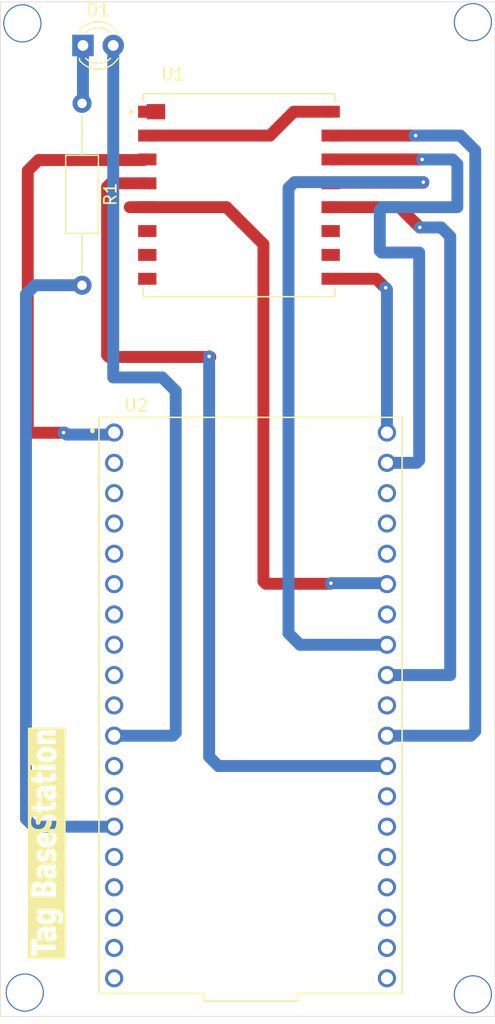
<source format=kicad_pcb>
(kicad_pcb (version 20240108) (generator "pcbnew") (generator_version "8.0")
  (layers (0 "F.Cu" signal) (31 "B.Cu" signal) (34 "B.Paste" user) (35 "F.Paste" user) (36 "B.SilkS" user "B.Silkscreen") (37 "F.SilkS" user "F.Silkscreen") (38 "B.Mask" user) (39 "F.Mask" user) (44 "Edge.Cuts" user))
  (net 0 "")
  (net 1 "Net-(D1-A)")
  (net 2 "Net-(D1-K)")
  (net 3 "Earth")
  (net 6 "Net-(U1-NSS)")
  (net 7 "/RST")
  (net 8 "Net-(U1-MOSI)")
  (net 11 "Net-(U1-3.3V)")
  (net 12 "Net-(U1-SCK)")
  (net 15 "Net-(U1-MISO)")
  (net 16 "Net-(U1-DIO0)")
  (footprint "Resistor_THT:R_Axial_DIN0207_L6.3mm_D2.5mm_P15.24mm_Horizontal" (layer "F.Cu") (at 101.95 35.7 -90)
    (property "Reference" "R1" (at 7.62 -2.37 90) (layer "F.SilkS"))
    (property "Value" "200R")
    (fp_line (start 4.35 1.37) (end 10.89 1.37) (stroke (width 0.12)) (layer "F.SilkS"))
    (fp_line (start 10.89 1.37) (end 10.89 -1.37) (stroke (width 0.12)) (layer "F.SilkS"))
    (fp_line (start 1.04 0) (end 4.35 0) (stroke (width 0.12)) (layer "F.SilkS"))
    (fp_line (start 14.2 0) (end 10.89 0) (stroke (width 0.12)) (layer "F.SilkS"))
    (fp_line (start 4.35 -1.37) (end 4.35 1.37) (stroke (width 0.12)) (layer "F.SilkS"))
    (fp_line (start 10.89 -1.37) (end 4.35 -1.37) (stroke (width 0.12)) (layer "F.SilkS"))
    (pad "1" thru_hole circle (at 0 0 270) (size 1.6 1.6) (drill 0.8) (layers "*.Cu" "*.Mask") (net 2 "Net-(D1-K)"))
    (pad "2" thru_hole oval (at 15.24 0 270) (size 1.6 1.6) (drill 0.8) (layers "*.Cu" "*.Mask") (net 3 "Earth"))
  )
  (footprint "NODEMCU-32S:MODULE_NODEMCU-32S" (layer "F.Cu") (at 116.07 86.14)
    (property "Reference" "U2" (at -9.575 -25.135 0) (layer "F.SilkS"))
    (property "Value" "NODEMCU-32S")
    (fp_line (start -12.7 -24.13) (end 12.7 -24.13) (stroke (width 0.127)) (layer "F.SilkS"))
    (fp_line (start -12.7 24.13) (end -12.7 -24.13) (stroke (width 0.127)) (layer "F.SilkS"))
    (fp_line (start -3.93 24.13) (end -12.7 24.13) (stroke (width 0.127)) (layer "F.SilkS"))
    (fp_line (start -3.93 24.13) (end -3.93 24.78) (stroke (width 0.127)) (layer "F.SilkS"))
    (fp_line (start -3.93 24.78) (end 3.93 24.78) (stroke (width 0.127)) (layer "F.SilkS"))
    (fp_line (start 3.93 24.78) (end 3.93 24.13) (stroke (width 0.127)) (layer "F.SilkS"))
    (fp_line (start 12.7 -24.13) (end 12.7 24.13) (stroke (width 0.127)) (layer "F.SilkS"))
    (fp_line (start 12.7 24.13) (end 3.93 24.13) (stroke (width 0.127)) (layer "F.SilkS"))
    (fp_circle (center -13.25 -23) (end -13.15 -23) (stroke (width 0.2)) (fill none) (layer "F.SilkS"))
    (pad "J1_1" thru_hole circle (at -11.43 -22.86) (size 1.524 1.524) (drill 1.016) (layers "*.Cu" "*.Mask") (net 11 "Net-(U1-3.3V)"))
    (pad "J1_2" thru_hole circle (at -11.43 -20.32) (size 1.524 1.524) (drill 1.016) (layers "*.Cu" "*.Mask"))
    (pad "J1_3" thru_hole circle (at -11.43 -17.78) (size 1.524 1.524) (drill 1.016) (layers "*.Cu" "*.Mask"))
    (pad "J1_4" thru_hole circle (at -11.43 -15.24) (size 1.524 1.524) (drill 1.016) (layers "*.Cu" "*.Mask"))
    (pad "J1_5" thru_hole circle (at -11.43 -12.7) (size 1.524 1.524) (drill 1.016) (layers "*.Cu" "*.Mask"))
    (pad "J1_6" thru_hole circle (at -11.43 -10.16) (size 1.524 1.524) (drill 1.016) (layers "*.Cu" "*.Mask"))
    (pad "J1_7" thru_hole circle (at -11.43 -7.62) (size 1.524 1.524) (drill 1.016) (layers "*.Cu" "*.Mask"))
    (pad "J1_8" thru_hole circle (at -11.43 -5.08) (size 1.524 1.524) (drill 1.016) (layers "*.Cu" "*.Mask"))
    (pad "J1_9" thru_hole circle (at -11.43 -2.54) (size 1.524 1.524) (drill 1.016) (layers "*.Cu" "*.Mask"))
    (pad "J1_10" thru_hole circle (at -11.43 0) (size 1.524 1.524) (drill 1.016) (layers "*.Cu" "*.Mask"))
    (pad "J1_11" thru_hole circle (at -11.43 2.54) (size 1.524 1.524) (drill 1.016) (layers "*.Cu" "*.Mask") (net 1 "Net-(D1-A)"))
    (pad "J1_12" thru_hole circle (at -11.43 5.08) (size 1.524 1.524) (drill 1.016) (layers "*.Cu" "*.Mask"))
    (pad "J1_13" thru_hole circle (at -11.43 7.62) (size 1.524 1.524) (drill 1.016) (layers "*.Cu" "*.Mask"))
    (pad "J1_14" thru_hole circle (at -11.43 10.16) (size 1.524 1.524) (drill 1.016) (layers "*.Cu" "*.Mask") (net 3 "Earth"))
    (pad "J1_15" thru_hole circle (at -11.43 12.7) (size 1.524 1.524) (drill 1.016) (layers "*.Cu" "*.Mask"))
    (pad "J1_16" thru_hole circle (at -11.43 15.24) (size 1.524 1.524) (drill 1.016) (layers "*.Cu" "*.Mask"))
    (pad "J1_17" thru_hole circle (at -11.43 17.78) (size 1.524 1.524) (drill 1.016) (layers "*.Cu" "*.Mask"))
    (pad "J1_18" thru_hole circle (at -11.43 20.32) (size 1.524 1.524) (drill 1.016) (layers "*.Cu" "*.Mask"))
    (pad "J1_19" thru_hole circle (at -11.43 22.86) (size 1.524 1.524) (drill 1.016) (layers "*.Cu" "*.Mask"))
    (pad "J2_1" thru_hole circle (at 11.43 -22.86) (size 1.524 1.524) (drill 1.016) (layers "*.Cu" "*.Mask") (net 3 "Earth"))
    (pad "J2_2" thru_hole circle (at 11.43 -20.32) (size 1.524 1.524) (drill 1.016) (layers "*.Cu" "*.Mask") (net 8 "Net-(U1-MOSI)"))
    (pad "J2_3" thru_hole circle (at 11.43 -17.78) (size 1.524 1.524) (drill 1.016) (layers "*.Cu" "*.Mask"))
    (pad "J2_4" thru_hole circle (at 11.43 -15.24) (size 1.524 1.524) (drill 1.016) (layers "*.Cu" "*.Mask"))
    (pad "J2_5" thru_hole circle (at 11.43 -12.7) (size 1.524 1.524) (drill 1.016) (layers "*.Cu" "*.Mask"))
    (pad "J2_6" thru_hole circle (at 11.43 -10.16) (size 1.524 1.524) (drill 1.016) (layers "*.Cu" "*.Mask") (net 16 "Net-(U1-DIO0)"))
    (pad "J2_7" thru_hole circle (at 11.43 -7.62) (size 1.524 1.524) (drill 1.016) (layers "*.Cu" "*.Mask") (net 3 "Earth"))
    (pad "J2_8" thru_hole circle (at 11.43 -5.08) (size 1.524 1.524) (drill 1.016) (layers "*.Cu" "*.Mask") (net 15 "Net-(U1-MISO)"))
    (pad "J2_9" thru_hole circle (at 11.43 -2.54) (size 1.524 1.524) (drill 1.016) (layers "*.Cu" "*.Mask") (net 12 "Net-(U1-SCK)"))
    (pad "J2_10" thru_hole circle (at 11.43 0) (size 1.524 1.524) (drill 1.016) (layers "*.Cu" "*.Mask"))
    (pad "J2_11" thru_hole circle (at 11.43 2.54) (size 1.524 1.524) (drill 1.016) (layers "*.Cu" "*.Mask") (net 6 "Net-(U1-NSS)"))
    (pad "J2_12" thru_hole circle (at 11.43 5.08) (size 1.524 1.524) (drill 1.016) (layers "*.Cu" "*.Mask") (net 7 "/RST"))
    (pad "J2_13" thru_hole circle (at 11.43 7.62) (size 1.524 1.524) (drill 1.016) (layers "*.Cu" "*.Mask"))
    (pad "J2_14" thru_hole circle (at 11.43 10.16) (size 1.524 1.524) (drill 1.016) (layers "*.Cu" "*.Mask"))
    (pad "J2_15" thru_hole circle (at 11.43 12.7) (size 1.524 1.524) (drill 1.016) (layers "*.Cu" "*.Mask"))
    (pad "J2_16" thru_hole circle (at 11.43 15.24) (size 1.524 1.524) (drill 1.016) (layers "*.Cu" "*.Mask"))
    (pad "J2_17" thru_hole circle (at 11.43 17.78) (size 1.524 1.524) (drill 1.016) (layers "*.Cu" "*.Mask"))
    (pad "J2_18" thru_hole circle (at 11.43 20.32) (size 1.524 1.524) (drill 1.016) (layers "*.Cu" "*.Mask"))
    (pad "J2_19" thru_hole circle (at 11.43 22.86) (size 1.524 1.524) (drill 1.016) (layers "*.Cu" "*.Mask"))
  )
  (footprint "LED_THT:LED_D3.0mm" (layer "F.Cu") (at 102.025 30.85)
    (property "Reference" "D1" (at 1.27 -2.96 0) (layer "F.SilkS"))
    (property "Value" "USER")
    (fp_line (start -0.29 -1.236) (end -0.29 -1.08) (stroke (width 0.12)) (layer "F.SilkS"))
    (fp_line (start -0.29 1.08) (end -0.29 1.236) (stroke (width 0.12)) (layer "F.SilkS"))
    (fp_arc (start -0.29 -1.235516) (mid 1.366487 -1.987659) (end 2.942335 -1.078608) (stroke (width 0.12)) (layer "F.SilkS"))
    (fp_arc (start 0.229039 -1.08) (mid 1.270117 -1.5) (end 2.31113 -1.079837) (stroke (width 0.12)) (layer "F.SilkS"))
    (fp_arc (start 2.31113 1.079837) (mid 1.270117 1.5) (end 0.229039 1.08) (stroke (width 0.12)) (layer "F.SilkS"))
    (fp_arc (start 2.942335 1.078608) (mid 1.366487 1.987659) (end -0.29 1.235516) (stroke (width 0.12)) (layer "F.SilkS"))
    (pad "1" thru_hole rect (at 0 0) (size 1.8 1.8) (drill 0.9) (layers "*.Cu" "*.Mask") (net 2 "Net-(D1-K)"))
    (pad "2" thru_hole circle (at 2.54 0) (size 1.8 1.8) (drill 0.9) (layers "*.Cu" "*.Mask") (net 1 "Net-(D1-A)"))
  )
  (footprint "RA-01H:XCVR_RA-01H" (layer "F.Cu") (at 115.1 43.4)
    (property "Reference" "U1" (at -5.525 -10.135 0) (layer "F.SilkS"))
    (property "Value" "RA-01H")
    (fp_line (start -8.03125 -8.5) (end 8.03125 -8.5) (stroke (width 0.127)) (layer "F.SilkS"))
    (fp_line (start -8.03125 -7.955) (end -8.03125 -8.5) (stroke (width 0.127)) (layer "F.SilkS"))
    (fp_line (start -8.03125 8.5) (end -8.03125 7.82) (stroke (width 0.127)) (layer "F.SilkS"))
    (fp_line (start 8.03125 -8.5) (end 8.03125 -7.82) (stroke (width 0.127)) (layer "F.SilkS"))
    (fp_line (start 8.03125 8.5) (end -8.03125 8.5) (stroke (width 0.127)) (layer "F.SilkS"))
    (fp_line (start 8.03125 8.5) (end 8.03125 7.82) (stroke (width 0.127)) (layer "F.SilkS"))
    (fp_circle (center -9.069 -7) (end -8.969 -7) (stroke (width 0.2)) (fill none) (layer "F.SilkS"))
    (pad "1" smd custom (at -7.6821 -7) (size 1.5358 1) (layers "F.Cu") (options (clearance outline) (anchor rect)) (primitives (gr_poly (pts (xy 1.4941 -0.635) (xy 1.4941 0.635) (xy -0.0417 0.635) (xy -0.0417 0.5) (xy -0.7679 0.5) (xy -0.7679 -0.5) (xy -0.0417 -0.5) (xy -0.0417 -0.635)) (width 0.01) (fill yes))))
    (pad "2" smd rect (at -7.6821 -5) (size 1.5358 1) (layers "F.Cu" "F.Paste" "F.Mask") (net 3 "Earth"))
    (pad "3" smd rect (at -7.6821 -3) (size 1.5358 1) (layers "F.Cu" "F.Paste" "F.Mask") (net 11 "Net-(U1-3.3V)"))
    (pad "4" smd rect (at -7.6821 -1) (size 1.5358 1) (layers "F.Cu" "F.Paste" "F.Mask") (net 7 "/RST"))
    (pad "5" smd rect (at -7.6821 1) (size 1.5358 1) (layers "F.Cu" "F.Paste" "F.Mask") (net 16 "Net-(U1-DIO0)"))
    (pad "6" smd rect (at -7.6821 3) (size 1.5358 1) (layers "F.Cu" "F.Paste" "F.Mask"))
    (pad "7" smd rect (at -7.6821 5) (size 1.5358 1) (layers "F.Cu" "F.Paste" "F.Mask"))
    (pad "8" smd rect (at -7.6821 7) (size 1.5358 1) (layers "F.Cu" "F.Paste" "F.Mask"))
    (pad "9" smd rect (at 7.6821 7) (size 1.5358 1) (layers "F.Cu" "F.Paste" "F.Mask") (net 3 "Earth"))
    (pad "10" smd rect (at 7.6821 5) (size 1.5358 1) (layers "F.Cu" "F.Paste" "F.Mask"))
    (pad "11" smd rect (at 7.6821 3) (size 1.5358 1) (layers "F.Cu" "F.Paste" "F.Mask"))
    (pad "12" smd rect (at 7.6821 1) (size 1.5358 1) (layers "F.Cu" "F.Paste" "F.Mask") (net 12 "Net-(U1-SCK)"))
    (pad "13" smd rect (at 7.6821 -1) (size 1.5358 1) (layers "F.Cu" "F.Paste" "F.Mask") (net 15 "Net-(U1-MISO)"))
    (pad "14" smd rect (at 7.6821 -3) (size 1.5358 1) (layers "F.Cu" "F.Paste" "F.Mask") (net 8 "Net-(U1-MOSI)"))
    (pad "15" smd rect (at 7.6821 -5) (size 1.5358 1) (layers "F.Cu" "F.Paste" "F.Mask") (net 6 "Net-(U1-NSS)"))
    (pad "16" smd rect (at 7.6821 -7) (size 1.5358 1) (layers "F.Cu" "F.Paste" "F.Mask") (net 3 "Earth"))
  )
  (gr_rect (start 95.1 27.2) (end 136.55 112.195) (stroke (width 0.05)) (fill none) (layer "Edge.Cuts"))
  (gr_text "Tag BaseStation" (at 100.1 107.15 90) (layer "F.SilkS" knockout) (effects (font (size 2 1.5) (thickness 0.2) (bold yes)) (justify left bottom)))
  (via (at 134.7 28.9) (size 3.2) (drill 3) (layers "F.Cu" "B.Cu") (net 0))
  (via (at 134.7 110.35) (size 3.2) (drill 3) (layers "F.Cu" "B.Cu") (net 0))
  (via (at 96.95 29) (size 3.2) (drill 3) (layers "F.Cu" "B.Cu") (net 0))
  (via (at 97.15 110.2) (size 3.2) (drill 3) (layers "F.Cu" "B.Cu") (net 0))
  (segment (start 104.64 88.68) (end 109.57 88.68) (width 1) (layer "B.Cu") (net 1))
  (segment (start 108.665 58.665) (end 104.565 58.665) (width 1) (layer "B.Cu") (net 1))
  (segment (start 104.565 58.665) (end 104.565 30.85) (width 1) (layer "B.Cu") (net 1))
  (segment (start 109.8 88.45) (end 109.8 59.8) (width 1) (layer "B.Cu") (net 1))
  (segment (start 109.57 88.68) (end 109.8 88.45) (width 1) (layer "B.Cu") (net 1))
  (segment (start 109.8 59.8) (end 108.665 58.665) (width 1) (layer "B.Cu") (net 1))
  (segment (start 102.025 30.85) (end 102.025 35.625) (width 1) (layer "B.Cu") (net 2))
  (segment (start 102.025 35.625) (end 101.95 35.7) (width 1) (layer "B.Cu") (net 2))
  (segment (start 107.4 38.4) (end 107.25 38.25) (width 0.2) (layer "F.Cu") (net 3))
  (segment (start 107.4179 38.4) (end 107.4 38.4) (width 0.2) (layer "F.Cu") (net 3))
  (segment (start 126.6 50.4) (end 127.45 51.25) (width 1) (layer "F.Cu") (net 3))
  (segment (start 107.4179 38.4) (end 117.7 38.4) (width 1) (layer "F.Cu") (net 3))
  (segment (start 122.7821 50.4) (end 126.6 50.4) (width 1) (layer "F.Cu") (net 3))
  (segment (start 117.7 38.4) (end 119.7 36.4) (width 1) (layer "F.Cu") (net 3))
  (segment (start 119.7 36.4) (end 122.7821 36.4) (width 1) (layer "F.Cu") (net 3))
  (via (at 127.4 51.15) (size 0.6) (drill 0.3) (layers "F.Cu" "B.Cu") (net 3))
  (segment (start 97.25 51.7) (end 97.25 95.65) (width 1) (layer "B.Cu") (net 3))
  (segment (start 97.25 95.65) (end 97.9 96.3) (width 1) (layer "B.Cu") (net 3))
  (segment (start 98.01 50.94) (end 97.25 51.7) (width 1) (layer "B.Cu") (net 3))
  (segment (start 97.9 96.3) (end 104.64 96.3) (width 1) (layer "B.Cu") (net 3))
  (segment (start 127.5 51.3) (end 127.4 51.2) (width 1) (layer "B.Cu") (net 3))
  (segment (start 127.4 51.15) (end 127.35 51.15) (width 1) (layer "B.Cu") (net 3))
  (segment (start 127.5 63.28) (end 127.5 51.3) (width 1) (layer "B.Cu") (net 3))
  (segment (start 101.95 50.94) (end 98.01 50.94) (width 1) (layer "B.Cu") (net 3))
  (segment (start 127.35 51.15) (end 127.35 51.15) (width 1) (layer "B.Cu") (net 3))
  (segment (start 127.4 51.2) (end 127.4 51.15) (width 1) (layer "B.Cu") (net 3))
  (segment (start 122.7821 38.4) (end 130.2 38.4) (width 1) (layer "F.Cu") (net 6))
  (via (at 129.9 38.4) (size 0.6) (drill 0.3) (layers "F.Cu" "B.Cu") (net 6))
  (segment (start 127.5 88.68) (end 134.52 88.68) (width 1) (layer "B.Cu") (net 6))
  (segment (start 134.9 39.65) (end 133.65 38.4) (width 1) (layer "B.Cu") (net 6))
  (segment (start 134.52 88.68) (end 134.9 88.3) (width 1) (layer "B.Cu") (net 6))
  (segment (start 133.65 38.4) (end 129.9 38.4) (width 1) (layer "B.Cu") (net 6))
  (segment (start 129.9 38.4) (end 129.8 38.4) (width 1) (layer "B.Cu") (net 6))
  (segment (start 134.9 88.3) (end 134.9 39.65) (width 1) (layer "B.Cu") (net 6))
  (segment (start 104.05 56.8) (end 104.2 56.95) (width 1) (layer "F.Cu") (net 7))
  (segment (start 112.6 56.9) (end 112.65 56.95) (width 1) (layer "F.Cu") (net 7))
  (segment (start 112.65 56.95) (end 112.7 56.95) (width 1) (layer "F.Cu") (net 7))
  (segment (start 104.2 56.95) (end 112.55 56.95) (width 1) (layer "F.Cu") (net 7))
  (segment (start 104.05 42.7) (end 104.05 56.8) (width 1) (layer "F.Cu") (net 7))
  (segment (start 107.4179 42.4) (end 104.35 42.4) (width 1) (layer "F.Cu") (net 7))
  (segment (start 104.35 42.4) (end 104.05 42.7) (width 1) (layer "F.Cu") (net 7))
  (segment (start 112.55 56.95) (end 112.6 56.9) (width 1) (layer "F.Cu") (net 7))
  (via (at 112.6 56.9) (size 0.6) (drill 0.3) (layers "F.Cu" "B.Cu") (net 7))
  (segment (start 112.6 90.45) (end 113.37 91.22) (width 1) (layer "B.Cu") (net 7))
  (segment (start 112.6 56.9) (end 112.6 90.45) (width 1) (layer "B.Cu") (net 7))
  (segment (start 113.37 91.22) (end 127.5 91.22) (width 1) (layer "B.Cu") (net 7))
  (segment (start 130.45 40.4) (end 130.3 40.4) (width 1) (layer "F.Cu") (net 8))
  (segment (start 130.45 40.4) (end 122.7821 40.4) (width 1) (layer "F.Cu") (net 8))
  (via (at 130.45 40.4) (size 0.6) (drill 0.3) (layers "F.Cu" "B.Cu") (net 8))
  (segment (start 133.4 40.8) (end 133 40.4) (width 1) (layer "B.Cu") (net 8))
  (segment (start 126.9 44.65) (end 127.15 44.4) (width 1) (layer "B.Cu") (net 8))
  (segment (start 130.2 65.6) (end 130.2 48.2) (width 1) (layer "B.Cu") (net 8))
  (segment (start 126.9 48.05) (end 126.9 44.65) (width 1) (layer "B.Cu") (net 8))
  (segment (start 127.5 65.82) (end 129.98 65.82) (width 1) (layer "B.Cu") (net 8))
  (segment (start 133.4 44.4) (end 133.4 40.8) (width 1) (layer "B.Cu") (net 8))
  (segment (start 130.2 48.2) (end 127.05 48.2) (width 1) (layer "B.Cu") (net 8))
  (segment (start 127.15 44.4) (end 133.4 44.4) (width 1) (layer "B.Cu") (net 8))
  (segment (start 129.98 65.82) (end 130.2 65.6) (width 1) (layer "B.Cu") (net 8))
  (segment (start 133 40.4) (end 130.45 40.4) (width 1) (layer "B.Cu") (net 8))
  (segment (start 127.05 48.2) (end 126.9 48.05) (width 1) (layer "B.Cu") (net 8))
  (segment (start 97.4 63) (end 97.4 41.35) (width 1) (layer "F.Cu") (net 11))
  (segment (start 100.4 63.28) (end 100.38 63.3) (width 1) (layer "F.Cu") (net 11))
  (segment (start 107.1 40.45) (end 107.15 40.4) (width 1) (layer "F.Cu") (net 11))
  (segment (start 97.4 41.35) (end 98.3 40.45) (width 1) (layer "F.Cu") (net 11))
  (segment (start 97.7 63.3) (end 97.4 63) (width 1) (layer "F.Cu") (net 11))
  (segment (start 100.38 63.3) (end 97.7 63.3) (width 1) (layer "F.Cu") (net 11))
  (segment (start 107.15 40.4) (end 107.4179 40.4) (width 1) (layer "F.Cu") (net 11))
  (segment (start 98.3 40.45) (end 107.1 40.45) (width 1) (layer "F.Cu") (net 11))
  (via (at 100.4 63.28) (size 0.6) (drill 0.3) (layers "F.Cu" "B.Cu") (net 11))
  (segment (start 104.5 63.25) (end 104.53 63.28) (width 1) (layer "B.Cu") (net 11))
  (segment (start 100.48 63.28) (end 100.65 63.45) (width 1) (layer "B.Cu") (net 11))
  (segment (start 100.65 63.45) (end 104.3 63.45) (width 1) (layer "B.Cu") (net 11))
  (segment (start 100.4 63.28) (end 100.48 63.28) (width 1) (layer "B.Cu") (net 11))
  (segment (start 104.3 63.45) (end 104.5 63.25) (width 1) (layer "B.Cu") (net 11))
  (segment (start 104.53 63.28) (end 104.64 63.28) (width 1) (layer "B.Cu") (net 11))
  (segment (start 130.25 46.1) (end 130.3 46.05) (width 1) (layer "F.Cu") (net 12))
  (segment (start 130.25 46.1) (end 128.55 44.4) (width 1) (layer "F.Cu") (net 12))
  (segment (start 128.55 44.4) (end 122.7821 44.4) (width 1) (layer "F.Cu") (net 12))
  (via (at 130.25 46.1) (size 0.6) (drill 0.3) (layers "F.Cu" "B.Cu") (net 12))
  (segment (start 132.8 83.6) (end 127.5 83.6) (width 1) (layer "B.Cu") (net 12))
  (segment (start 132.05 46.1) (end 132.8 46.85) (width 1) (layer "B.Cu") (net 12))
  (segment (start 130.25 46.1) (end 132.05 46.1) (width 1) (layer "B.Cu") (net 12))
  (segment (start 132.8 46.85) (end 132.8 83.6) (width 1) (layer "B.Cu") (net 12))
  (segment (start 123.1 42.35) (end 130.55 42.35) (width 1) (layer "F.Cu") (net 15))
  (segment (start 123.05 42.4) (end 123.1 42.35) (width 1) (layer "F.Cu") (net 15))
  (segment (start 122.7821 42.4) (end 123.05 42.4) (width 1) (layer "F.Cu") (net 15))
  (via (at 130.55 42.3) (size 0.6) (drill 0.3) (layers "F.Cu" "B.Cu") (net 15))
  (segment (start 119.75 42.3) (end 130.55 42.3) (width 1) (layer "B.Cu") (net 15))
  (segment (start 127.5 81.06) (end 120.21 81.06) (width 1) (layer "B.Cu") (net 15))
  (segment (start 120.21 81.06) (end 119.25 80.1) (width 1) (layer "B.Cu") (net 15))
  (segment (start 119.25 42.8) (end 119.75 42.3) (width 1) (layer "B.Cu") (net 15))
  (segment (start 119.25 80.1) (end 119.25 42.8) (width 1) (layer "B.Cu") (net 15))
  (segment (start 130.55 42.3) (end 130.5 42.3) (width 1) (layer "B.Cu") (net 15))
  (segment (start 107.4179 44.4) (end 114.05 44.4) (width 1) (layer "F.Cu") (net 16))
  (segment (start 117.15 75.75) (end 117.35 75.95) (width 1) (layer "F.Cu") (net 16))
  (segment (start 114.05 44.4) (end 117.15 47.5) (width 1) (layer "F.Cu") (net 16))
  (segment (start 117.15 47.5) (end 117.15 75.75) (width 1) (layer "F.Cu") (net 16))
  (segment (start 117.35 75.95) (end 122.8 75.95) (width 1) (layer "F.Cu") (net 16))
  (segment (start 105.95 44.4) (end 107.4179 44.4) (width 1) (layer "F.Cu") (net 16))
  (via (at 122.8 75.9) (size 0.6) (drill 0.3) (layers "F.Cu" "B.Cu") (net 16))
  (segment (start 122.8 75.9) (end 122.8 75.95) (width 1) (layer "B.Cu") (net 16))
  (segment (start 127.42 75.9) (end 122.8 75.9) (width 1) (layer "B.Cu") (net 16))
  (segment (start 127.5 75.98) (end 127.42 75.9) (width 1) (layer "B.Cu") (net 16))
)
</source>
